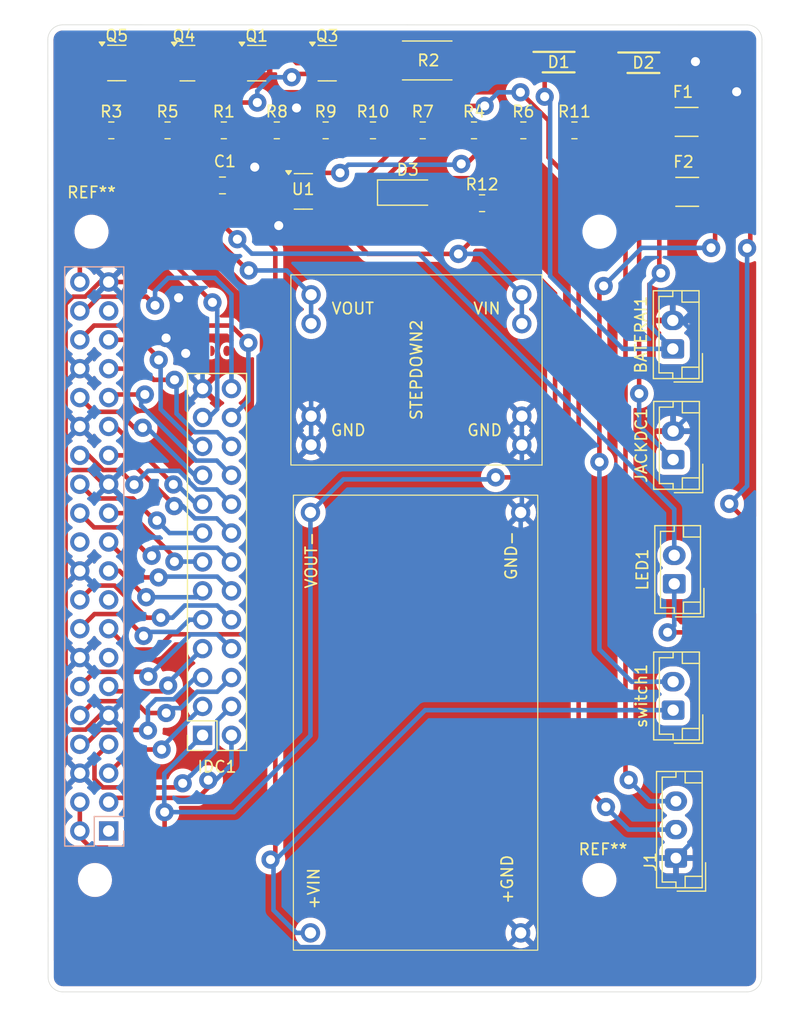
<source format=kicad_pcb>
(kicad_pcb (version 20241229) (generator "pcbnew") (generator_version "9.0")
  (layers (0 "F.Cu" signal) (2 "B.Cu" signal) (13 "F.Paste" user) (15 "B.Paste" user) (5 "F.SilkS" user "F.Silkscreen") (7 "B.SilkS" user "B.Silkscreen") (1 "F.Mask" user) (3 "B.Mask" user) (25 "Edge.Cuts" user))
  (net 0 "")
  (net 1 "GND")
  (net 2 "unconnected-(Rapberry1-Pin_13-Pad13)")
  (net 3 "HSYNC")
  (net 4 "DATA16")
  (net 5 "DATA1")
  (net 6 "VSYNC")
  (net 7 "DATA17")
  (net 8 "DATA3")
  (net 9 "EXT_SCL")
  (net 10 "DATA10")
  (net 11 "DATA6")
  (net 13 "DATA13")
  (net 14 "DATAEN")
  (net 15 "DATA12")
  (net 16 "DATA4")
  (net 17 "DATA15")
  (net 18 "EXT_SDA")
  (net 19 "DATA5")
  (net 20 "DATA7")
  (net 21 "DATA8")
  (net 22 "DATA2")
  (net 23 "DATA14")
  (net 24 "DATA11")
  (net 25 "DATA9")
  (net 26 "DATA0")
  (net 27 "PCLK")
  (net 28 "+5V")
  (net 29 "GPIO22")
  (net 30 "+4.2V")
  (net 31 "Net-(Q1-B)")
  (net 32 "Net-(Q1-E)")
  (net 33 "Net-(Q4-G)")
  (net 34 "+3.3V")
  (net 35 "Net-(Q5-B)")
  (net 36 "Net-(LED1-Pin_2)")
  (net 37 "Net-(LED1-Pin_1)")
  (net 41 "Net-(D3-K)")
  (net 42 "Net-(switch1-Pin_2)")
  (net 43 "Battery")
  (net 44 "Net-(R10-Pad1)")
  (net 45 "Low bat")
  (net 46 "Charg Ind")
  (net 47 "Net-(D1-A)")
  (net 48 "Net-(JACKDC1-Pin_1)")
  (net 49 "Net-(U1--)")
  (net 50 "Net-(U1-+)")
  (net 51 "Net-(R12-Pad2)")
  (footprint "Resistor_SMD:R_0805_2012Metric" (layer "F.Cu") (at 124.8325 51.27)
    (property "Reference" "R6")
    (property "Value" "10 K")
  )
  (footprint "Resistor_SMD:R_0805_2012Metric" (layer "F.Cu") (at 129.3275 51.27)
    (property "Reference" "R11")
    (property "Value" "1k")
  )
  (footprint "Package_TO_SOT_SMD:SOT-23-3" (layer "F.Cu") (at 107.575 45.36)
    (property "Reference" "Q3")
    (property "Value" "Q_NMOS_DGS")
  )
  (footprint "Capacitor_SMD:C_0805_2012Metric" (layer "F.Cu") (at 98.36 56.11)
    (property "Reference" "C1")
    (property "Value" "C")
  )
  (footprint "Resistor_SMD:R_0805_2012Metric" (layer "F.Cu") (at 88.58 51.27)
    (property "Reference" "R3")
    (property "Value" "10k")
  )
  (footprint "Resistor_SMD:R_0805_2012Metric" (layer "F.Cu") (at 115.98 51.27)
    (property "Reference" "R7")
    (property "Value" "100")
  )
  (footprint "Resistor_SMD:R_0805_2012Metric" (layer "F.Cu") (at 107.44 51.27)
    (property "Reference" "R9")
    (property "Value" "10 K")
  )
  (footprint "PCBALL:SODFL3818X130N" (layer "F.Cu") (at 127.93725 45.27)
    (property "Reference" "D1")
    (property "Value" "SS34")
  )
  (footprint "PCBALL:FUSC6125X279N" (layer "F.Cu") (at 139.25 56.675)
    (property "Reference" "F2")
    (property "Value" "Fuse")
  )
  (footprint "PCBALL:mp1584EN1" (layer "F.Cu") (at 115.43 72.33 90)
    (property "Reference" "STEPDOWN2")
    (property "Value" "~")
  )
  (footprint "Connector_JST:JST_EH_B2B-EH-A_1x02_P2.50mm_Vertical" (layer "F.Cu") (at 138.01 102.24 90)
    (property "Reference" "switch1")
    (property "Value" "Conn_01x02_Pin")
  )
  (footprint "MountingHole:MountingHole_2.5mm" (layer "F.Cu") (at 131.53 60.18)
    (property "Reference" "REF**" (hide yes))
    (property "Value" "MountingHole_2.5mm")
  )
  (footprint "MountingHole:MountingHole_2.5mm" (layer "F.Cu") (at 86.84 60.18)
    (property "Reference" "REF**")
    (property "Value" "MountingHole_2.5mm")
  )
  (footprint "MountingHole:MountingHole_2.5mm" (layer "F.Cu") (at 131.53 117.17)
    (property "Reference" "REF**")
    (property "Value" "MountingHole_2.5mm")
  )
  (footprint "Resistor_SMD:R_0805_2012Metric" (layer "F.Cu") (at 93.53 51.27)
    (property "Reference" "R5")
    (property "Value" "1k")
  )
  (footprint "Package_TO_SOT_SMD:SOT-23-3" (layer "F.Cu") (at 89.06 45.3475)
    (property "Reference" "Q5")
    (property "Value" "D882")
  )
  (footprint "Resistor_SMD:R_2512_6332Metric" (layer "F.Cu") (at 116.375 45.125)
    (property "Reference" "R2")
    (property "Value" "R")
  )
  (footprint "Package_TO_SOT_SMD:SOT-23-3" (layer "F.Cu") (at 101.37 45.36)
    (property "Reference" "Q1")
    (property "Value" "D882")
  )
  (footprint "Resistor_SMD:R_0805_2012Metric" (layer "F.Cu") (at 111.6025 51.27)
    (property "Reference" "R10")
    (property "Value" "10 K")
  )
  (footprint "Resistor_SMD:R_0805_2012Metric" (layer "F.Cu") (at 121.2 57.675)
    (property "Reference" "R12")
    (property "Value" "100")
  )
  (footprint "Connector_JST:JST_EH_B3B-EH-A_1x03_P2.50mm_Vertical" (layer "F.Cu") (at 138.26 115.24 90)
    (property "Reference" "J1")
    (property "Value" "Conn_01x03_Pin")
  )
  (footprint "Resistor_SMD:R_0805_2012Metric" (layer "F.Cu") (at 103.1425 51.27)
    (property "Reference" "R8")
    (property "Value" "10 K")
  )
  (footprint "Connector_JST:JST_EH_B2B-EH-A_1x02_P2.50mm_Vertical" (layer "F.Cu") (at 138.11 91.13 90)
    (property "Reference" "LED1")
    (property "Value" "Conn_01x02_Pin")
  )
  (footprint "TPS61088:TPS61088" (layer "F.Cu") (at 115.1 103.34 90)
    (property "Reference" "STEPUP2" (hide yes))
    (property "Value" "~")
  )
  (footprint "Diode_SMD:D_MiniMELF" (layer "F.Cu") (at 114.6625 56.74)
    (property "Reference" "D3")
    (property "Value" "D_Zener_Filled")
  )
  (footprint "Resistor_SMD:R_0805_2012Metric" (layer "F.Cu") (at 120.49 51.27)
    (property "Reference" "R4")
    (property "Value" "10 K")
  )
  (footprint "Connector_JST:JST_EH_B2B-EH-A_1x02_P2.50mm_Vertical" (layer "F.Cu") (at 137.98 70.48 90)
    (property "Reference" "BATERAI1")
    (property "Value" "Conn_01x02_Pin")
  )
  (footprint "Package_TO_SOT_SMD:SOT-23" (layer "F.Cu") (at 95.2775 45.36)
    (property "Reference" "Q4")
    (property "Value" "MDD3752")
  )
  (footprint "PCBALL:FUSC6125X279N" (layer "F.Cu") (at 139.2 50.525)
    (property "Reference" "F1")
    (property "Value" "Fuse")
  )
  (footprint "Connector_JST:JST_EH_B2B-EH-A_1x02_P2.50mm_Vertical" (layer "F.Cu") (at 138.01 80.21 90)
    (property "Reference" "JACKDC1")
    (property "Value" "Conn_01x02_Pin")
  )
  (footprint "Resistor_SMD:R_0805_2012Metric" (layer "F.Cu") (at 98.48 51.27)
    (property "Reference" "R1")
    (property "Value" "R")
  )
  (footprint "Connector_PinSocket_2.54mm:PinSocket_2x13_P2.54mm_Vertical" (layer "F.Cu") (at 96.61 104.45 180)
    (property "Reference" "IDC1")
    (property "Value" "Conn_02x13_Odd_Even")
  )
  (footprint "PCBALL:SODFL3818X130N" (layer "F.Cu") (at 135.4 45.325)
    (property "Reference" "D2")
    (property "Value" "1N007")
  )
  (footprint "MountingHole:MountingHole_2.5mm" (layer "F.Cu") (at 87.14 117.17)
    (property "Reference" "REF**" (hide yes))
    (property "Value" "MountingHole_2.5mm")
  )
  (footprint "Package_TO_SOT_SMD:SOT-23-8" (layer "F.Cu") (at 105.4775 56.635)
    (property "Reference" "U1")
    (property "Value" "~")
  )
  (footprint "Connector_PinSocket_2.54mm:PinSocket_2x20_P2.54mm_Vertical" (layer "B.Cu") (at 88.35 112.86)
    (property "Reference" "Rapberry1" (hide yes))
    (property "Value" "Conn_02x20_Odd_Even")
  )
  (gr_arc (start 84.319239 127.005761) (mid 83.4 126.625) (end 83.019239 125.705761) (stroke (width 0.05)) (layer "Edge.Cuts"))
  (gr_line (start 145.825 43.3) (end 145.80576 125.705761) (stroke (width 0.05)) (layer "Edge.Cuts"))
  (gr_arc (start 145.805761 125.705761) (mid 145.425 126.625) (end 144.505761 127.005761) (stroke (width 0.05)) (layer "Edge.Cuts"))
  (gr_line (start 84.294239 41.994239) (end 144.525 42) (stroke (width 0.05)) (layer "Edge.Cuts"))
  (gr_arc (start 144.525 42) (mid 145.444239 42.380761) (end 145.825 43.3) (stroke (width 0.05)) (layer "Edge.Cuts"))
  (gr_line (start 83.019239 125.70576) (end 82.994239 43.294239) (stroke (width 0.05)) (layer "Edge.Cuts"))
  (gr_line (start 144.505761 127.00576) (end 84.31924 127.005761) (stroke (width 0.05)) (layer "Edge.Cuts"))
  (gr_arc (start 82.994239 43.294239) (mid 83.375 42.375) (end 84.294239 41.994239) (stroke (width 0.05)) (layer "Edge.Cuts"))
  (gr_text "Battery" (at 142.95 72.85 90) (layer "F.Cu" knockout) (effects (font (size 1.2 1.2) (thickness 0.3) (bold yes)) (justify left bottom)))
  (gr_text "JackDc" (at 142.85 82.25 90) (layer "F.Cu" knockout) (effects (font (size 1.2 1.2) (thickness 0.3) (bold yes)) (justify left bottom)))
  (gr_text "LED" (at 143.25 91.575 90) (layer "F.Cu" knockout) (effects (font (size 1.2 1.2) (thickness 0.3) (bold yes)) (justify left bottom)))
  (gr_text "Main Board Ciwi" (at 83.425 125.8 0) (layer "F.Cu" knockout) (effects (font (size 1.2 1.2) (thickness 0.3) (bold yes)) (justify left bottom)))
  (gr_text "ChargInd" (at 143.2 116.95 90) (layer "F.Cu" knockout) (effects (font (size 1.2 1.2) (thickness 0.3) (bold yes)) (justify left bottom)))
  (gr_text "IDC" (at 96.09 71.42 0) (layer "F.Cu" knockout) (effects (font (size 1.2 1.2) (thickness 0.3) (bold yes)) (justify left bottom)))
  (gr_text "Button" (at 143.275 104.1 90) (layer "F.Cu" knockout) (effects (font (size 1.2 1.2) (thickness 0.3) (bold yes)) (justify left bottom)))
  (segment (start 84.559 106.529) (end 85.81 107.78) (width 0.4) (layer "F.Cu") (net 1))
  (segment (start 84.559 76.049) (end 85.81 77.3) (width 0.4) (layer "F.Cu") (net 1))
  (segment (start 104.875 49.3) (end 104.875 49.2) (width 0.4) (layer "F.Cu") (net 1))
  (segment (start 104.875 49.2) (end 103.5 47.825) (width 0.4) (layer "F.Cu") (net 1))
  (segment (start 87.579182 102.7) (end 86.328182 103.951) (width 0.4) (layer "F.Cu") (net 1))
  (segment (start 98.88 44.503388) (end 99.736612 45.36) (width 0.4) (layer "F.Cu") (net 1))
  (segment (start 88.35 64.6) (end 87.579182 64.6) (width 0.4) (layer "F.Cu") (net 1))
  (segment (start 137.15 45.325) (end 139.875 45.325) (width 0.4) (layer "F.Cu") (net 1))
  (segment (start 87.92 82.38) (end 86.67 81.13) (width 0.4) (layer "F.Cu") (net 1))
  (segment (start 122.395 47.92) (end 125.745 51.27) (width 0.4) (layer "F.Cu") (net 1))
  (segment (start 99.736612 45.36) (end 102.5075 45.36) (width 0.4) (layer "F.Cu") (net 1))
  (segment (start 104.34 57.61) (end 104.34 58.61) (width 0.4) (layer "F.Cu") (net 1))
  (segment (start 93.11 64.6) (end 91.07 64.6) (width 0.4) (layer "F.Cu") (net 1))
  (segment (start 97.4 42.8) (end 98.88 44.28) (width 0.4) (layer "F.Cu") (net 1))
  (segment (start 119.3375 45.125) (end 121.45 45.125) (width 0.4) (layer "F.Cu") (net 1))
  (segment (start 122.25 47.92) (end 122.395 47.92) (width 0.4) (layer "F.Cu") (net 1))
  (segment (start 86.328182 103.951) (end 84.81 103.951) (width 0.4) (layer "F.Cu") (net 1))
  (segment (start 84.559 76.049) (end 84.559 81.13) (width 0.4) (layer "F.Cu") (net 1))
  (segment (start 121.54 55.475) (end 125.745 51.27) (width 0.4) (layer "F.Cu") (net 1))
  (segment (start 84.559 96.369) (end 85.81 97.62) (width 0.4) (layer "F.Cu") (net 1))
  (segment (start 102.5075 45.36) (end 102.5075 46.8325) (width 0.4) (layer "F.Cu") (net 1))
  (segment (start 103.595 47.92) (end 109.67 47.92) (width 0.4) (layer "F.Cu") (net 1))
  (segment (start 86.67 81.13) (end 84.559 81.13) (width 0.4) (layer "F.Cu") (net 1))
  (segment (start 116.4125 56.74) (end 117.6775 55.475) (width 0.4) (layer "F.Cu") (net 1))
  (segment (start 85.211 65.889) (end 84.559 66.541) (width 0.4) (layer "F.Cu") (net 1))
  (segment (start 95.125 70.875) (end 94.746 70.875) (width 0.4) (layer "F.Cu") (net 1))
  (segment (start 84.559 66.541) (end 84.559 70.969) (width 0.4) (layer "F.Cu") (net 1))
  (segment (start 84.559 70.969) (end 84.559 76.049) (width 0.4) (layer "F.Cu") (net 1))
  (segment (start 84.559 81.13) (end 84.559 88.749) (width 0.4) (layer "F.Cu") (net 1))
  (segment (start 102.5075 46.8325) (end 103.5 47.825) (width 0.4) (layer "F.Cu") (net 1))
  (segment (start 99.59 56.11) (end 101.2 54.5) (width 0.4) (layer "F.Cu") (net 1))
  (segment (start 121.45 45.125) (end 122.25 45.925) (width 0.4) (layer "F.Cu") (net 1))
  (segment (start 92.745 42.8) (end 97.4 42.8) (width 0.4) (layer "F.Cu") (net 1))
  (segment (start 122.25 45.925) (end 122.25 47.92) (width 0.4) (layer "F.Cu") (net 1))
  (segment (start 108.3525 51.27) (end 108.3525 49.2375) (width 0.4) (layer "F.Cu") (net 1))
  (segment (start 84.559 70.969) (end 85.81 72.22) (width 0.4) (layer "F.Cu") (net 1))
  (segment (start 104.34 57.61) (end 100.81 57.61) (width 0.4) (layer "F.Cu") (net 1))
  (segment (start 90.1975 45.3475) (end 92.745 42.8) (width 0.4) (layer "F.Cu") (net 1))
  (segment (start 139.875 45.325) (end 139.975 45.225) (width 0.4) (layer "F.Cu") (net 1))
  (segment (start 84.559 96.369) (end 84.559 103.7) (width 0.4) (layer "F.Cu") (net 1))
  (segment (start 86.290182 65.889) (end 85.211 65.889) (width 0.4) (layer "F.Cu") (net 1))
  (segment (start 94.746 70.875) (end 93.4 69.529) (width 0.4) (layer "F.Cu") (net 1))
  (segment (start 109.67 47.92) (end 122.25 47.92) (width 0.4) (layer "F.Cu") (net 1))
  (segment (start 103.5 47.825) (end 103.595 47.92) (width 0.4) (layer "F.Cu") (net 1))
  (segment (start 99.31 56.11) (end 99.59 56.11) (width 0.4) (layer "F.Cu") (net 1))
  (segment (start 88.35 82.38) (end 87.92 82.38) (width 0.4) (layer "F.Cu") (net 1))
  (segment (start 104.34 58.61) (end 103.31 59.64) (width 0.4) (layer "F.Cu") (net 1))
  (segment (start 91.07 64.6) (end 88.35 64.6) (width 0.4) (layer "F.Cu") (net 1))
  (segment (start 94.5 65.99) (end 93.11 64.6) (width 0.4) (layer "F.Cu") (net 1))
  (segment (start 84.559 88.749) (end 85.81 90) (width 0.4) (layer "F.Cu") (net 1))
  (segment (start 87.579182 64.6) (end 86.290182 65.889) (width 0.4) (layer "F.Cu") (net 1))
  (segment (start 84.559 88.749) (end 84.559 96.369) (width 0.4) (layer "F.Cu") (net 1))
  (segment (start 88.35 102.7) (end 87.579182 102.7) (width 0.4) (layer "F.Cu") (net 1))
  (segment (start 98.88 44.28) (end 98.88 44.503388) (width 0.4) (layer "F.Cu") (net 1))
  (segment (start 84.559 103.7) (end 84.559 106.529) (width 0.4) (layer "F.Cu") (net 1))
  (segment (start 84.81 103.951) (end 84.559 103.7) (width 0.4) (layer "F.Cu") (net 1))
  (segment (start 143.315 47.59) (end 143.6 47.875) (width 0.4) (layer "F.Cu") (net 1))
  (segment (start 100.81 57.61) (end 99.31 56.11) (width 0.4) (layer "F.Cu") (net 1))
  (segment (start 117.6775 55.475) (end 121.54 55.475) (width 0.4) (layer "F.Cu") (net 1))
  (segment (start 108.3525 49.2375) (end 109.67 47.92) (width 0.4) (layer "F.Cu") (net 1))
  (via (at 143.6 47.875) (size 1.6) (drill 0.8) (layers "F.Cu" "B.Cu") (net 1))
  (via (at 139.975 45.225) (size 1.6) (drill 0.8) (layers "F.Cu" "B.Cu") (net 1))
  (via (at 95.125 70.875) (size 1.6) (drill 0.8) (layers "F.Cu" "B.Cu") (net 1))
  (via (at 104.875 49.3) (size 1.6) (drill 0.8) (layers "F.Cu" "B.Cu") (net 1))
  (via (at 94.5 65.99) (size 1.6) (drill 0.8) (layers "F.Cu" "B.Cu") (net 1))
  (via (at 103.31 59.64) (size 1.6) (drill 0.8) (layers "F.Cu" "B.Cu") (net 1))
  (via (at 93.4 69.529) (size 1.6) (drill 0.8) (layers "F.Cu" "B.Cu") (net 1))
  (via (at 101.2 54.5) (size 1.6) (drill 0.8) (layers "F.Cu" "B.Cu") (net 1))
  (segment (start 106.159 71.259) (end 95.5375 60.6375) (width 0.4) (layer "B.Cu") (net 1))
  (segment (start 142.175 45.225) (end 143.6 46.65) (width 0.4) (layer "B.Cu") (net 1))
  (segment (start 96.61 73.97) (end 96.61 72.36) (width 0.4) (layer "B.Cu") (net 1))
  (segment (start 140.225 75.495) (end 140.225 69.45) (width 0.4) (layer "B.Cu") (net 1))
  (segment (start 139.975 45.225) (end 142.175 45.225) (width 0.4) (layer "B.Cu") (net 1))
  (segment (start 138.26 115.24) (end 140.15 113.35) (width 0.4) (layer "B.Cu") (net 1))
  (segment (start 101.2 54.5) (end 104.875 50.825) (width 0.4) (layer "B.Cu") (net 1))
  (segment (start 125.805 123.025) (end 134.4 123.025) (width 0.4) (layer "B.Cu") (net 1))
  (segment (start 138.755 67.98) (end 137.98 67.98) (width 0.4) (layer "B.Cu") (net 1))
  (segment (start 94.6475 116.1775) (end 98.9725 116.1775) (width 0.4) (layer "B.Cu") (net 1))
  (segment (start 94.5 68.429) (end 94.5 65.99) (width 0.4) (layer "B.Cu") (net 1))
  (segment (start 103.31 59.64) (end 93.31 59.64) (width 0.4) (layer "B.Cu") (net 1))
  (segment (start 93.31 59.64) (end 92.3125 60.6375) (width 0.4) (layer "B.Cu") (net 1))
  (segment (start 140.15 75.57) (end 140.225 75.495) (width 0.4) (layer "B.Cu") (net 1))
  (segment (start 96.61 72.36) (end 95.125 70.875) (width 0.4) (layer "B.Cu") (net 1))
  (segment (start 106.159 76.394) (end 106.159 78.934) (width 0.4) (layer "B.Cu") (net 1))
  (segment (start 124.701 78.934) (end 124.701 84.759) (width 0.4) (layer "B.Cu") (net 1))
  (segment (start 143.325 61.122237) (end 143.319721 61.127516) (width 0.4) (layer "B.Cu") (net 1))
  (segment (start 138.01 77.71) (end 140.225 75.495) (width 0.4) (layer "B.Cu") (net 1))
  (segment (start 124.6 90.55) (end 124.6 84.86) (width 0.4) (layer "B.Cu") (net 1))
  (segment (start 143.325 62.127737) (end 143.325 63.546123) (width 0.4) (layer "B.Cu") (net 1))
  (segment (start 138.26 119.165) (end 138.26 115.24) (width 0.4) (layer "B.Cu") (net 1))
  (segment (start 143.319721 61.127516) (end 143.319721 62.122458) (width 0.4) (layer "B.Cu") (net 1))
  (segment (start 91.48 113.01) (end 94.6475 116.1775) (width 0.4) (layer "B.Cu") (net 1))
  (segment (start 94.6475 116.1775) (end 101.541 123.071) (width 0.4) (layer "B.Cu") (net 1))
  (segment (start 98.9725 116.1775) (end 124.6 90.55) (width 0.4) (layer "B.Cu") (net 1))
  (segment (start 140.225 69.45) (end 138.755 67.98) (width 0.4) (layer "B.Cu") (net 1))
  (segment (start 140.15 113.35) (end 140.15 75.57) (width 0.4) (layer "B.Cu") (net 1))
  (segment (start 124.6 121.82) (end 125.805 123.025) (width 0.4) (layer "B.Cu") (net 1))
  (segment (start 124.701 84.759) (end 124.6 84.86) (width 0.4) (layer "B.Cu") (net 1))
  (segment (start 106.159 76.394) (end 106.159 71.259) (width 0.4) (layer "B.Cu") (net 1))
  (segment (start 92.3125 60.6375) (end 88.35 64.6) (width 0.4) (layer "B.Cu") (net 1))
  (segment (start 104.875 50.825) (end 104.875 49.3) (width 0.4) (layer "B.Cu") (net 1))
  (segment (start 93.4 69.529) (end 94.5 68.429) (width 0.4) (layer "B.Cu") (net 1))
  (segment (start 123.349 123.071) (end 124.6 121.82) (width 0.4) (layer "B.Cu") (net 1))
  (segment (start 138.891123 67.98) (end 137.98 67.98) (width 0.4) (layer "B.Cu") (net 1))
  (segment (start 143.325 48.15) (end 143.325 61.122237) (width 0.4) (layer "B.Cu") (net 1))
  (segment (start 95.5375 60.6375) (end 92.3125 60.6375) (width 0.4) (layer "B.Cu") (net 1))
  (segment (start 88.35 102.7) (end 91.48 105.83) (width 0.4) (layer "B.Cu") (net 1))
  (segment (start 143.319721 62.122458) (end 143.325 62.127737) (width 0.4) (layer "B.Cu") (net 1))
  (segment (start 124.701 76.394) (end 124.701 78.934) (width 0.4) (layer "B.Cu") (net 1))
  (segment (start 143.325 63.546123) (end 138.891123 67.98) (width 0.4) (layer "B.Cu") (net 1))
  (segment (start 143.6 47.875) (end 143.325 48.15) (width 0.4) (layer "B.Cu") (net 1))
  (segment (start 143.6 46.65) (end 143.6 47.875) (width 0.4) (layer "B.Cu") (net 1))
  (segment (start 138.635 77.71) (end 138.01 77.71) (width 0.4) (layer "B.Cu") (net 1))
  (segment (start 101.541 123.071) (end 123.349 123.071) (width 0.4) (layer "B.Cu") (net 1))
  (segment (start 91.48 105.83) (end 91.48 113.01) (width 0.4) (layer "B.Cu") (net 1))
  (segment (start 134.4 123.025) (end 138.26 119.165) (width 0.4) (layer "B.Cu") (net 1))
  (segment (start 88.35 97.62) (end 88.811 98.081) (width 0.4) (layer "F.Cu") (net 2))
  (segment (start 90.43 105.7) (end 88.35 107.78) (width 0.4) (layer "F.Cu") (net 3))
  (segment (start 93.01 105.7) (end 90.43 105.7) (width 0.4) (layer "F.Cu") (net 3))
  (via (at 93.01 105.7) (size 1.6) (drill 0.8) (layers "F.Cu" "B.Cu") (net 3))
  (segment (start 96.61 101.91) (end 93.01 105.51) (width 0.4) (layer "B.Cu") (net 3))
  (segment (start 93.01 105.51) (end 93.01 105.7) (width 0.4) (layer "B.Cu") (net 3))
  (segment (start 99.119 68.429) (end 87.061 68.429) (width 0.4) (layer "F.Cu") (net 4))
  (segment (start 87.061 68.429) (end 85.81 69.68) (width 0.4) (layer "F.Cu") (net 4))
  (segment (start 100.64 69.95) (end 99.119 68.429) (width 0.4) (layer "F.Cu") (net 4))
  (via (at 100.64 69.95) (size 1.6) (drill 0.8) (layers "F.Cu" "B.Cu") (net 4))
  (segment (start 100.64 75.02) (end 100.64 69.95) (width 0.4) (layer "B.Cu") (net 4))
  (segment (start 99.15 76.51) (end 100.64 75.02) (width 0.4) (layer "B.Cu") (net 4))
  (segment (start 85.81 100.16) (end 87.099 98.871) (width 0.4) (layer "F.Cu") (net 5))
  (segment (start 91.43 98.871) (end 91.84 99.281) (width 0.4) (layer "F.Cu") (net 5))
  (segment (start 87.099 98.871) (end 91.43 98.871) (width 0.4) (layer "F.Cu") (net 5))
  (via (at 91.84 99.281) (size 1.6) (drill 0.8) (layers "F.Cu" "B.Cu") (net 5))
  (segment (start 95.542 95.579) (end 97.899 95.579) (width 0.4) (layer "B.Cu") (net 5))
  (segment (start 91.84 99.281) (end 95.542 95.579) (width 0.4) (layer "B.Cu") (net 5))
  (segment (start 97.899 95.579) (end 99.15 96.83) (width 0.4) (layer "B.Cu") (net 5))
  (segment (start 97.11 109.05) (end 96.21 109.95) (width 0.4) (layer "F.Cu") (net 6))
  (segment (start 88.72 109.95) (end 88.35 110.32) (width 0.4) (layer "F.Cu") (net 6))
  (segment (start 97.11 108.39) (end 97.11 109.05) (width 0.4) (layer "F.Cu") (net 6))
  (segment (start 96.21 109.95) (end 88.72 109.95) (width 0.4) (layer "F.Cu") (net 6))
  (via (at 97.11 108.39) (size 1.6) (drill 0.8) (layers "F.Cu" "B.Cu") (net 6))
  (segment (start 97.11 108.39) (end 97.77 108.39) (width 0.4) (layer "B.Cu") (net 6))
  (segment (start 97.77 108.39) (end 99.15 107.01) (width 0.4) (layer "B.Cu") (net 6))
  (segment (start 99.15 107.01) (end 99.15 104.45) (width 0.4) (layer "B.Cu") (net 6))
  (segment (start 87.099 106.491) (end 88.35 105.24) (width 0.4) (layer "F.Cu") (net 7))
  (segment (start 94.86 108.67) (end 94.499 109.031) (width 0.4) (layer "F.Cu") (net 7))
  (segment (start 87.099 108.298182) (end 87.099 106.491) (width 0.4) (layer "F.Cu") (net 7))
  (segment (start 87.831818 109.031) (end 87.099 108.298182) (width 0.4) (layer "F.Cu") (net 7))
  (segment (start 94.499 109.031) (end 87.831818 109.031) (width 0.4) (layer "F.Cu") (net 7))
  (via (at 94.86 108.67) (size 1.6) (drill 0.8) (layers "F.Cu" "B.Cu") (net 7))
  (segment (start 95.54 107.99) (end 95.572 107.99) (width 0.4) (layer "B.Cu") (net 7))
  (segment (start 97.899 105.663) (end 97.899 103.161) (width 0.4) (layer "B.Cu") (net 7))
  (segment (start 97.899 103.161) (end 99.15 101.91) (width 0.4) (layer "B.Cu") (net 7))
  (segment (start 94.86 108.67) (end 95.54 107.99) (width 0.4) (layer "B.Cu") (net 7))
  (segment (start 95.572 107.99) (end 97.899 105.663) (width 0.4) (layer "B.Cu") (net 7))
  (segment (start 92.43 66.66) (end 91.659 65.889) (width 0.4) (layer "F.Cu") (net 8))
  (segment (start 91.659 65.889) (end 87.491 65.889) (width 0.4) (layer "F.Cu") (net 8))
  (segment (start 87.491 65.889) (end 86.24 67.14) (width 0.4) (layer "F.Cu") (net 8))
  (segment (start 86.24 67.14) (end 85.81 67.14) (width 0.4) (layer "F.Cu") (net 8))
  (via (at 92.43 66.66) (size 1.6) (drill 0.8) (layers "F.Cu" "B.Cu") (net 8))
  (segment (start 99.15 65.7) (end 97.69 64.24) (width 0.4) (layer "B.Cu") (net 8))
  (segment (start 99.15 73.97) (end 99.15 65.7) (width 0.4) (layer "B.Cu") (net 8))
  (segment (start 97.69 64.24) (end 93.59 64.24) (width 0.4) (layer "B.Cu") (net 8))
  (segment (start 92.43 65.4) (end 92.43 66.66) (width 0.4) (layer "B.Cu") (net 8))
  (segment (start 93.59 64.24) (end 92.43 65.4) (width 0.4) (layer "B.Cu") (net 8))
  (segment (start 88.868182 91.289) (end 87.061 91.289) (width 0.4) (layer "F.Cu") (net 9))
  (segment (start 91.689182 94.11) (end 88.868182 91.289) (width 0.4) (layer "F.Cu") (net 9))
  (segment (start 87.061 91.289) (end 85.81 92.54) (width 0.4) (layer "F.Cu") (net 9))
  (segment (start 92.93 94.11) (end 91.689182 94.11) (width 0.4) (layer "F.Cu") (net 9))
  (via (at 92.93 94.11) (size 1.6) (drill 0.8) (layers "F.Cu" "B.Cu") (net 9))
  (segment (start 95.041 93.039) (end 93.97 94.11) (width 0.4) (layer "B.Cu") (net 9))
  (segment (start 97.899 93.039) (end 95.041 93.039) (width 0.4) (layer "B.Cu") (net 9))
  (segment (start 99.15 94.29) (end 97.899 93.039) (width 0.4) (layer "B.Cu") (net 9))
  (segment (start 93.97 94.11) (end 92.93 94.11) (width 0.4) (layer "B.Cu") (net 9))
  (segment (start 87.061 101.449) (end 85.81 102.7) (width 0.4) (layer "F.Cu") (net 10))
  (segment (start 90.629 101.449) (end 87.061 101.449) (width 0.4) (layer "F.Cu") (net 10))
  (segment (start 91.67 102.49) (end 90.629 101.449) (width 0.4) (layer "F.Cu") (net 10))
  (segment (start 93.41 102.49) (end 91.67 102.49) (width 0.4) (layer "F.Cu") (net 10))
  (via (at 93.41 102.49) (size 1.6) (drill 0.8) (layers "F.Cu" "B.Cu") (net 10))
  (segment (start 94.690818 102.06) (end 96.129818 100.621) (width 0.4) (layer "B.Cu") (net 10))
  (segment (start 93.41 102.49) (end 93.84 102.06) (width 0.4) (layer "B.Cu") (net 10))
  (segment (start 96.129818 100.621) (end 97.899 100.621) (width 0.4) (layer "B.Cu") (net 10))
  (segment (start 97.899 100.621) (end 99.15 99.37) (width 0.4) (layer "B.Cu") (net 10))
  (segment (start 93.84 102.06) (end 94.690818 102.06) (width 0.4) (layer "B.Cu") (net 10))
  (segment (start 90.254472 84.92) (end 94.13 88.795528) (width 0.4) (layer "F.Cu") (net 11))
  (segment (start 94.13 88.795528) (end 94.13 89.18) (width 0.4) (layer "F.Cu") (net 11))
  (segment (start 88.35 84.92) (end 90.254472 84.92) (width 0.4) (layer "F.Cu") (net 11))
  (via (at 94.13 89.18) (size 1.6) (drill 0.8) (layers "F.Cu" "B.Cu") (net 11))
  (segment (start 96.58 89.18) (end 96.61 89.21) (width 0.4) (layer "B.Cu") (net 11))
  (segment (start 94.13 89.18) (end 96.58 89.18) (width 0.4) (layer "B.Cu") (net 11))
  (segment (start 92.599686 85.566743) (end 92.245252 85.921177) (width 0.4) (layer "F.Cu") (net 13))
  (segment (start 92.416743 85.566743) (end 90.481 83.631) (width 0.4) (layer "F.Cu") (net 13))
  (segment (start 87.061 83.631) (end 85.81 82.38) (width 0.4) (layer "F.Cu") (net 13))
  (segment (start 90.481 83.631) (end 87.061 83.631) (width 0.4) (layer "F.Cu") (net 13))
  (segment (start 92.245252 85.921177) (end 92.245252 85.395252) (width 0.4) (layer "F.Cu") (net 13))
  (segment (start 92.599686 85.566743) (end 92.416743 85.566743) (width 0.4) (layer "F.Cu") (net 13))
  (via (at 92.599686 85.566743) (size 1.6) (drill 0.8) (layers "F.Cu" "B.Cu") (net 13))
  (segment (start 93.702943 86.67) (end 96.61 86.67) (width 0.4) (layer "B.Cu") (net 13))
  (segment (start 92.599686 85.566743) (end 93.702943 86.67) (width 0.4) (layer "B.Cu") (net 13))
  (segment (start 89.299 81.129) (end 90.59 82.42) (width 0.4) (layer "F.Cu") (net 14))
  (segment (start 86.580818 79.84) (end 87.869818 81.129) (width 0.4) (layer "F.Cu") (net 14))
  (segment (start 85.81 79.84) (end 86.580818 79.84) (width 0.4) (layer "F.Cu") (net 14))
  (segment (start 87.869818 81.129) (end 89.299 81.129) (width 0.4) (layer "F.Cu") (net 14))
  (via (at 90.59 82.42) (size 1.6) (drill 0.8) (layers "F.Cu" "B.Cu") (net 14))
  (segment (start 90.59 82.42) (end 91.811 81.199) (width 0.4) (layer "B.Cu") (net 14))
  (segment (start 95.359 82.020529) (end 95.359 82.108182) (width 0.4) (layer "B.Cu") (net 14))
  (segment (start 94.537471 81.199) (end 95.359 82.020529) (width 0.4) (layer "B.Cu") (net 14))
  (segment (start 96.091818 82.841) (end 97.861 82.841) (width 0.4) (layer "B.Cu") (net 14))
  (segment (start 91.811 81.199) (end 94.537471 81.199) (width 0.4) (layer "B.Cu") (net 14))
  (segment (start 95.359 82.108182) (end 96.091818 82.841) (width 0.4) (layer "B.Cu") (net 14))
  (segment (start 97.861 82.841) (end 99.15 84.13) (width 0.4) (layer "B.Cu") (net 14))
  (segment (start 88.62 74.49) (end 88.35 74.76) (width 0.4) (layer "F.Cu") (net 15))
  (segment (start 91.53 74.49) (end 88.62 74.49) (width 0.4) (layer "F.Cu") (net 15))
  (via (at 91.53 74.49) (size 1.6) (drill 0.8) (layers "F.Cu" "B.Cu") (net 15))
  (segment (start 99.15 81.59) (end 97.861 80.301) (width 0.4) (layer "B.Cu") (net 15))
  (segment (start 96.031 80.301) (end 91.2 75.47) (width 0.4) (layer "B.Cu") (net 15))
  (segment (start 97.861 80.301) (end 96.031 80.301) (width 0.4) (layer "B.Cu") (net 15))
  (segment (start 91.2 74.82) (end 91.53 74.49) (width 0.4) (layer "B.Cu") (net 15))
  (segment (start 91.2 75.47) (end 91.2 74.82) (width 0.4) (layer "B.Cu") (net 15))
  (segment (start 93.84 62.75) (end 86.24 62.75) (width 0.4) (layer "F.Cu") (net 16))
  (segment (start 86.24 62.75) (end 85.81 63.18) (width 0.4) (layer "F.Cu") (net 16))
  (segment (start 97.48 66.39) (end 93.84 62.75) (width 0.4) (layer "F.Cu") (net 16))
  (segment (start 85.81 63.18) (end 85.81 64.6) (width 0.4) (layer "F.Cu") (net 16))
  (via (at 97.48 66.39) (size 1.6) (drill 0.8) (layers "F.Cu" "B.Cu") (net 16))
  (segment (start 97.899 75.776) (end 97.165 76.51) (width 0.4) (layer "B.Cu") (net 16))
  (segment (start 97.899 66.809) (end 97.899 75.776) (width 0.4) (layer "B.Cu") (net 16))
  (segment (start 97.48 66.39) (end 97.899 66.809) (width 0.4) (layer "B.Cu") (net 16))
  (segment (start 97.165 76.51) (end 96.61 76.51) (width 0.4) (layer "B.Cu") (net 16))
  (segment (start 91.46 90.57) (end 92.74 90.57) (width 0.4) (layer "F.Cu") (net 17))
  (segment (start 88.35 87.46) (end 91.46 90.57) (width 0.4) (layer "F.Cu") (net 17))
  (via (at 92.74 90.57) (size 1.6) (drill 0.8) (layers "F.Cu" "B.Cu") (net 17))
  (segment (start 92.74 90.57) (end 92.811 90.499) (width 0.4) (layer "B.Cu") (net 17))
  (segment (start 92.811 90.499) (end 97.899 90.499) (width 0.4) (layer "B.Cu") (net 17))
  (segment (start 97.899 90.499) (end 99.15 91.75) (width 0.4) (layer "B.Cu") (net 17))
  (segment (start 89.501 93.791) (end 87.099 93.791) (width 0.4) (layer "F.Cu") (net 18))
  (segment (start 91.42 95.71) (end 89.501 93.791) (width 0.4) (layer "F.Cu") (net 18))
  (segment (start 87.099 93.791) (end 85.81 95.08) (width 0.4) (layer "F.Cu") (net 18))
  (via (at 91.42 95.71) (size 1.6) (drill 0.8) (layers "F.Cu" "B.Cu") (net 18))
  (segment (start 94.37 95.36) (end 91.77 95.36) (width 0.4) (layer "B.Cu") (net 18))
  (segment (start 96.61 94.29) (end 95.44 94.29) (width 0.4) (layer "B.Cu") (net 18))
  (segment (start 95.44 94.29) (end 94.37 95.36) (width 0.4) (layer "B.Cu") (net 18))
  (segment (start 91.77 95.36) (end 91.42 95.71) (width 0.4) (layer "B.Cu") (net 18))
  (segment (start 91.65 92.31) (end 91.62 92.31) (width 0.4) (layer "F.Cu") (net 19))
  (segment (start 91.62 92.31) (end 89.31 90) (width 0.4) (layer "F.Cu") (net 19))
  (segment (start 89.31 90) (end 88.35 90) (width 0.4) (layer "F.Cu") (net 19))
  (via (at 91.65 92.31) (size 1.6) (drill 0.8) (layers "F.Cu" "B.Cu") (net 19))
  (segment (start 96.61 91.75) (end 96.05 92.31) (width 0.4) (layer "B.Cu") (net 19))
  (segment (start 96.05 92.31) (end 91.65 92.31) (width 0.4) (layer "B.Cu") (net 19))
  (segment (start 87.061 76.011) (end 85.81 74.76) (width 0.4) (layer "F.Cu") (net 20))
  (segment (start 91.341471 77.408529) (end 90.588529 77.408529) (width 0.4) (layer "F.Cu") (net 20))
  (segment (start 90.588529 77.408529) (end 89.191 76.011) (width 0.4) (layer "F.Cu") (net 20))
  (segment (start 89.191 76.011) (end 87.061 76.011) (width 0.4) (layer "F.Cu") (net 20))
  (via (at 91.341471 77.408529) (size 1.6) (drill 0.8) (layers "F.Cu" "B.Cu") (net 20))
  (segment (start 91.341471 77.408529) (end 91.733529 77.408529) (width 0.4) (layer "B.Cu") (net 20))
  (segment (start 91.733529 77.408529) (end 95.915 81.59) (width 0.4) (layer "B.Cu") (net 20))
  (segment (start 95.915 81.59) (end 96.61 81.59) (width 0.4) (layer "B.Cu") (net 20))
  (segment (start 91.34 72.22) (end 88.35 72.22) (width 0.4) (layer "F.Cu") (net 21))
  (segment (start 94.14 73.2) (end 92.32 73.2) (width 0.4) (layer "F.Cu") (net 21))
  (segment (start 92.32 73.2) (end 91.34 72.22) (width 0.4) (layer "F.Cu") (net 21))
  (via (at 94.14 73.2) (size 1.6) (drill 0.8) (layers "F.Cu" "B.Cu") (net 21))
  (segment (start 97.899 77.799) (end 99.15 79.05) (width 0.4) (layer "B.Cu") (net 21))
  (segment (start 94.32 73.38) (end 94.32 76.17) (width 0.4) (layer "B.Cu") (net 21))
  (segment (start 94.14 73.2) (end 94.32 73.38) (width 0.4) (layer "B.Cu") (net 21))
  (segment (start 95.949 77.799) (end 97.899 77.799) (width 0.4) (layer "B.Cu") (net 21))
  (segment (start 94.32 76.17) (end 95.949 77.799) (width 0.4) (layer "B.Cu") (net 21))
  (segment (start 92.75 71.45) (end 92.66 71.36) (width 0.4) (layer "F.Cu") (net 22))
  (segment (start 92.66 71.36) (end 92.66 71.19) (width 0.4) (layer "F.Cu") (net 22))
  (segment (start 91.15 69.68) (end 88.35 69.68) (width 0.4) (layer "F.Cu") (net 22))
  (segment (start 92.66 71.19) (end 91.15 69.68) (width 0.4) (layer "F.Cu") (net 22))
  (via (at 92.75 71.45) (size 1.6) (drill 0.8) (layers "F.Cu" "B.Cu") (net 22))
  (segment (start 96.19 79.05) (end 92.92 75.78) (width 0.4) (layer "B.Cu") (net 22))
  (segment (start 96.61 79.05) (end 96.19 79.05) (width 0.4) (layer "B.Cu") (net 22))
  (segment (start 92.92 75.78) (end 92.92 71.62) (width 0.4) (layer "B.Cu") (net 22))
  (segment (start 92.92 71.62) (end 92.75 71.45) (width 0.4) (layer "B.Cu") (net 22))
  (segment (start 89.431 86.171) (end 87.061 86.171) (width 0.4) (layer "F.Cu") (net 23))
  (segment (start 87.061 86.171) (end 85.81 84.92) (width 0.4) (layer "F.Cu") (net 23))
  (segment (start 92.13 88.67) (end 91.93 88.67) (width 0.4) (layer "F.Cu") (net 23))
  (segment (start 91.93 88.67) (end 89.431 86.171) (width 0.4) (layer "F.Cu") (net 23))
  (via (at 92.13 88.67) (size 1.6) (drill 0.8) (layers "F.Cu" "B.Cu") (net 23))
  (segment (start 92.279 87.959) (end 97.899 87.959) (width 0.4) (layer "B.Cu") (net 23))
  (segment (start 92.13 88.67) (end 92.13 88.108) (width 0.4) (layer "B.Cu") (net 23))
  (segment (start 92.13 88.108) (end 92.279 87.959) (width 0.4) (layer "B.Cu") (net 23))
  (segment (start 97.899 87.959) (end 99.15 89.21) (width 0.4) (layer "B.Cu") (net 23))
  (segment (start 88.94 77.3) (end 88.35 77.3) (width 0.4) (layer "F.Cu") (net 24))
  (segment (start 94.04 82.4) (end 93.74 82.4) (width 0.4) (layer "F.Cu") (net 24))
  (segment (start 94.04 82.4) (end 88.94 77.3) (width 0.4) (layer "F.Cu") (net 24))
  (via (at 94.04 82.4) (size 1.6) (drill 0.8) (layers "F.Cu" "B.Cu") (net 24))
  (segment (start 96.08 84.13) (end 96.61 84.13) (width 0.4) (layer "B.Cu") (net 24))
  (segment (start 94.04 82.4) (end 94.35 82.4) (width 0.4) (layer "B.Cu") (net 24))
  (segment (start 94.35 82.4) (end 96.08 84.13) (width 0.4) (layer "B.Cu") (net 24))
  (segment (start 87.58 103.98) (end 86.32 105.24) (width 0.4) (layer "F.Cu") (net 25))
  (segment (start 86.32 105.24) (end 85.81 105.24) (width 0.4) (layer "F.Cu") (net 25))
  (segment (start 91.8 104.03) (end 91.75 103.98) (width 0.4) (layer "F.Cu") (net 25))
  (segment (start 91.75 103.98) (end 87.58 103.98) (width 0.4) (layer "F.Cu") (net 25))
  (via (at 91.8 104.03) (size 1.6) (drill 0.8) (layers "F.Cu" "B.Cu") (net 25))
  (segment (start 95.988471 99.37) (end 94.077471 101.281) (width 0.4) (layer "B.Cu") (net 25))
  (segment (start 96.61 99.37) (end 95.988471 99.37) (width 0.4) (layer "B.Cu") (net 25))
  (segment (start 92.503925 101.281) (end 91.8 101.984925) (width 0.4) (layer "B.Cu") (net 25))
  (segment (start 94.077471 101.281) (end 92.503925 101.281) (width 0.4) (layer "B.Cu") (net 25))
  (segment (start 91.8 101.984925) (end 91.8 104.03) (width 0.4) (layer "B.Cu") (net 25))
  (segment (start 88.77 100.58) (end 93.08 100.58) (width 0.4) (layer "F.Cu") (net 26))
  (segment (start 93.08 100.58) (end 93.58 100.08) (width 0.4) (layer "F.Cu") (net 26))
  (segment (start 88.35 100.16) (end 88.77 100.58) (width 0.4) (layer "F.Cu") (net 26))
  (via (at 93.58 100.08) (size 1.6) (drill 0.8) (layers "F.Cu" "B.Cu") (net 26))
  (segment (start 93.58 100.08) (end 93.84 99.82) (width 0.4) (layer "B.Cu") (net 26))
  (segment (start 93.84 99.6) (end 96.61 96.83) (width 0.4) (layer "B.Cu") (net 26))
  (segment (start 93.84 99.82) (end 93.84 99.6) (width 0.4) (layer "B.Cu") (net 26))
  (segment (start 94.11 84.21) (end 89.74 79.84) (width 0.4) (layer "F.Cu") (net 27))
  (segment (start 89.74 79.84) (end 88.35 79.84) (width 0.4) (layer "F.Cu") (net 27))
  (segment (start 94.11 84.3) (end 94.11 84.21) (width 0.4) (layer "F.Cu") (net 27))
  (via (at 94.11 84.3) (size 1.6) (drill 0.8) (layers "F.Cu" "B.Cu") (net 27))
  (segment (start 97.861 85.381) (end 99.15 86.67) (width 0.4) (layer "B.Cu") (net 27))
  (segment (start 94.86 84.3) (end 95.941 85.381) (width 0.4) (layer "B.Cu") (net 27))
  (segment (start 94.11 84.3) (end 94.86 84.3) (width 0.4) (layer "B.Cu") (net 27))
  (segment (start 95.941 85.381) (end 97.861 85.381) (width 0.4) (layer "B.Cu") (net 27))
  (segment (start 111.135 62.13) (end 119.12 62.13) (width 0.4) (layer "F.Cu") (net 28))
  (segment (start 111.135 62.13) (end 106.615 57.61) (width 0.4) (layer "F.Cu") (net 28))
  (segment (start 120.2875 60.55) (end 120.2875 60.9625) (width 0.4) (layer "F.Cu") (net 28))
  (segment (start 85.81 112.86) (end 85.81 110.32) (width 0.4) (layer "F.Cu") (net 28))
  (segment (start 127.625 65.625) (end 122.9625 60.9625) (width 0.4) (layer "F.Cu") (net 28))
  (segment (start 120.2875 60.9625) (end 119.12 62.13) (width 0.4) (layer "F.Cu") (net 28))
  (segment (start 86.75 114.325) (end 91.9 114.325) (width 0.4) (layer "F.Cu") (net 28))
  (segment (start 122.9625 60.9625) (end 120.2875 60.9625) (width 0.4) (layer "F.Cu") (net 28))
  (segment (start 120.2875 57.675) (end 120.2875 60.55) (width 0.4) (layer "F.Cu") (net 28))
  (segment (start 127.625 79.925) (end 127.625 65.625) (width 0.4) (layer "F.Cu") (net 28))
  (segment (start 122.4 81.775) (end 125.775 81.775) (width 0.4) (layer "F.Cu") (net 28))
  (segment (start 85.81 113.385) (end 86.75 114.325) (width 0.4) (layer "F.Cu") (net 28))
  (segment (start 85.81 112.86) (end 85.81 113.385) (width 0.4) (layer "F.Cu") (net 28))
  (segment (start 122.4 81.775) (end 122.475 81.7) (width 0.4) (layer "F.Cu") (net 28))
  (segment (start 125.775 81.775) (end 127.625 79.925) (width 0.4) (layer "F.Cu") (net 28))
  (segment (start 93.27 112.955) (end 93.27 111.2) (width 0.4) (layer "F.Cu") (net 28))
  (segment (start 91.9 114.325) (end 93.27 112.955) (width 0.4) (layer "F.Cu") (net 28))
  (via (at 119.12 62.13) (size 1.6) (drill 0.8) (layers "F.Cu" "B.Cu") (net 28))
  (via (at 93.27 111.2) (size 1.6) (drill 0.8) (layers "F.Cu" "B.Cu") (net 28))
  (via (at 122.4 81.775) (size 1.6) (drill 0.8) (layers "F.Cu" "B.Cu") (net 28))
  (segment (start 93.24 111.22) (end 93.25 111.22) (width 0.4) (layer "B.Cu") (net 28))
  (segment (start 119.12 62.13) (end 121.105 62.13) (width 0.4) (layer "B.Cu") (net 28))
  (segment (start 93.24 107.82) (end 96.61 104.45) (width 0.4) (layer "B.Cu") (net 28))
  (segment (start 106.1 104.475) (end 99.375 111.2) (width 0.4) (layer "B.Cu") (net 28))
  (segment (start 106.1 84.86) (end 109.01 81.95) (width 0.4) (layer "B.Cu") (net 28))
  (segment (start 93.24 111.22) (end 93.24 107.82) (width 0.4) (layer "B.Cu") (net 28))
  (segment (start 122.225 81.95) (end 122.4 81.775) (width 0.4) (layer "B.Cu") (net 28))
  (segment (start 109.01 81.95) (end 122.225 81.95) (width 0.4) (layer "B.Cu") (net 28))
  (segment (start 106.1 84.86) (end 106.1 104.475) (width 0.4) (layer "B.Cu") (net 28))
  (segment (start 121.105 62.13) (end 124.701 65.726) (width 0.4) (layer "B.Cu") (net 28))
  (segment (start 99.375 111.2) (end 93.27 111.2) (width 0.4) (layer "B.Cu") (net 28))
  (segment (start 93.25 111.22) (end 93.27 111.2) (width 0.4) (layer "B.Cu") (net 28))
  (segment (start 124.701 65.726) (end 124.701 68.266) (width 0.4) (layer "B.Cu") (net 28))
  (segment (start 93.862 95.57) (end 92.521 96.911) (width 0.4) (layer "F.Cu") (net 29))
  (segment (start 94.4425 51.28) (end 94.4425 59.0525) (width 0.4) (layer "F.Cu") (net 29))
  (segment (start 101.841 94.859) (end 101.13 95.57) (width 0.4) (layer "F.Cu") (net 29))
  (segment (start 101.841 66.451) (end 101.841 94.859) (width 0.4) (layer "F.Cu") (net 29))
  (segment (start 92.521 96.911) (end 90.181 96.911) (width 0.4) (layer "F.Cu") (net 29))
  (segment (start 94.4425 59.0525) (end 101.841 66.451) (width 0.4) (layer "F.Cu") (net 29))
  (segment (start 101.13 95.57) (end 93.862 95.57) (width 0.4) (layer "F.Cu") (net 29))
  (segment (start 90.181 96.911) (end 88.35 95.08) (width 0.4) (layer "F.Cu") (net 29))
  (segment (start 97.41 56.11) (end 102.23 51.29) (width 0.4) (layer "F.Cu") (net 30))
  (segment (start 102.23 51.29) (end 102.23 51.27) (width 0.4) (layer "F.Cu") (net 30))
  (segment (start 103.01 61.71) (end 103.01 114.96) (width 0.4) (layer "F.Cu") (net 30))
  (segment (start 103.01 114.96) (end 102.59 115.38) (width 0.4) (layer "F.Cu") (net 30))
  (segment (start 97.41 56.11) (end 103.01 61.71) (width 0.4) (layer "F.Cu") (net 30))
  (via (at 102.59 115.38) (size 1.6) (drill 0.8) (layers "F.Cu" "B.Cu") (net 30))
  (segment (start 102.85 119.82) (end 104.85 121.82) (width 0.4) (layer "B.Cu") (net 30))
  (segment (start 102.59 115.38) (end 102.85 115.64) (width 0.4) (layer "B.Cu") (net 30))
  (segment (start 102.85 115.64) (end 102.85 119.82) (width 0.4) (layer "B.Cu") (net 30))
  (segment (start 116.185 102.24) (end 103.045 115.38) (width 0.4) (layer "B.Cu") (net 30))
  (segment (start 103.045 115.38) (end 102.59 115.38) (width 0.4) (layer "B.Cu") (net 30))
  (segment (start 138.01 102.24) (end 116.185 102.24) (width 0.4) (layer "B.Cu") (net 30))
  (segment (start 104.85 121.82) (end 106.1 121.82) (width 0.4) (layer "B.Cu") (net 30))
  (segment (start 104.885 45.36) (end 108.7125 45.36) (width 0.4) (layer "F.Cu") (net 31))
  (segment (start 113.1775 45.36) (end 113.4125 45.125) (width 0.4) (layer "F.Cu") (net 31))
  (segment (start 108.7125 45.36) (end 113.1775 45.36) (width 0.4) (layer "F.Cu") (net 31))
  (segment (start 103.935 44.41) (end 100.2325 44.41) (width 0.4) (layer "F.Cu") (net 31))
  (segment (start 104.885 45.36) (end 103.935 44.41) (width 0.4) (layer "F.Cu") (net 31))
  (segment (start 99.4425 48.825) (end 99.3925 48.775) (width 0.4) (layer "F.Cu") (net 32))
  (segment (start 104.74 46.31) (end 104.45 46.6) (width 0.4) (layer "F.Cu") (net 32))
  (segment (start 99.3925 48.775) (end 99.3925 47.15) (width 0.4) (layer "F.Cu") (net 32))
  (segment (start 101.425 48.825) (end 99.4425 48.825) (width 0.4) (layer "F.Cu") (net 32))
  (segment (start 99.3925 47.15) (end 100.2325 46.31) (width 0.4) (layer "F.Cu") (net 32))
  (segment (start 99.3925 51.27) (end 99.3925 48.775) (width 0.4) (layer "F.Cu") (net 32))
  (segment (start 106.4375 46.31) (end 104.74 46.31) (width 0.4) (layer "F.Cu") (net 32))
  (via (at 104.45 46.6) (size 1.6) (drill 0.8) (layers "F.Cu" "B.Cu") (net 32))
  (via (at 101.425 48.825) (size 1.6) (drill 0.8) (layers "F.Cu" "B.Cu") (net 32))
  (segment (start 104.45 46.6) (end 102.625 46.6) (width 0.4) (layer "B.Cu") (net 32))
  (segment (start 101.425 47.8) (end 101.425 48.825) (width 0.4) (layer "B.Cu") (net 32))
  (segment (start 102.625 46.6) (end 101.425 47.8) (width 0.4) (layer "B.Cu") (net 32))
  (segment (start 89.4925 51.27) (end 89.4925 51.9275) (width 0.4) (layer "F.Cu") (net 33))
  (segment (start 88.67 52.75) (end 86.98 52.75) (width 0.4) (layer "F.Cu") (net 33))
  (segment (start 86.2 51.97) (end 86.2 48.02) (width 0.4) (layer "F.Cu") (net 33))
  (segment (start 94.3275 46.2975) (end 94.34 46.31) (width 0.4) (layer "F.Cu") (net 33))
  (segment (start 87.9225 46.2975) (end 94.3275 46.2975) (width 0.4) (layer "F.Cu") (net 33))
  (segment (start 86.98 52.75) (end 86.2 51.97) (width 0.4) (layer "F.Cu") (net 33))
  (segment (start 86.2 48.02) (end 87.9225 46.2975) (width 0.4) (layer "F.Cu") (net 33))
  (segment (start 89.4925 51.9275) (end 88.67 52.75) (width 0.4) (layer "F.Cu") (net 33))
  (segment (start 100.586471 63.586471) (end 95.5 58.5) (width 0.4) (layer "F.Cu") (net 34))
  (segment (start 100.673529 63.586471) (end 100.586471 63.586471) (width 0.4) (layer "F.Cu") (net 34))
  (segment (start 97.69 47) (end 97.69 44.98) (width 0.4) (layer "F.Cu") (net 34))
  (segment (start 89.2285 49.709) (end 94.981 49.709) (width 0.4) (layer "F.Cu") (net 34))
  (segment (start 87.6675 51.27) (end 89.2285 49.709) (width 0.4) (layer "F.Cu") (net 34))
  (segment (start 95.5 49.19) (end 95.895 48.795) (width 0.4) (layer "F.Cu") (net 34))
  (segment (start 97.12 44.41) (end 94.34 44.41) (width 0.4) (layer "F.Cu") (net 34))
  (segment (start 94.981 49.709) (end 95.895 48.795) (width 0.4) (layer "F.Cu") (net 34))
  (segment (start 95.5 58.5) (end 95.5 49.19) (width 0.4) (layer "F.Cu") (net 34))
  (segment (start 95.895 48.795) (end 97.69 47) (width 0.4) (layer "F.Cu") (net 34))
  (segment (start 97.69 44.98) (end 97.12 44.41) (width 0.4) (layer "F.Cu") (net 34))
  (via (at 100.673529 63.586471) (size 1.6) (drill 0.8) (layers "F.Cu" "B.Cu") (net 34))
  (segment (start 100.673529 63.586471) (end 104.019471 63.586471) (width 0.4) (layer "B.Cu") (net 34))
  (segment (start 106.159 68.266) (end 106.159 65.726) (width 0.4) (layer "B.Cu") (net 34))
  (segment (start 104.019471 63.586471) (end 106.159 65.726) (width 0.4) (layer "B.Cu") (net 34))
  (segment (start 85.09 47.23) (end 87.9225 44.3975) (width 0.4) (layer "F.Cu") (net 35))
  (segment (start 90.0975 53.8) (end 86.28 53.8) (width 0.4) (layer "F.Cu") (net 35))
  (segment (start 92.6175 51.28) (end 90.0975 53.8) (width 0.4) (layer "F.Cu") (net 35))
  (segment (start 85.09 52.61) (end 85.09 47.23) (width 0.4) (layer "F.Cu") (net 35))
  (segment (start 86.28 53.8) (end 85.09 52.61) (width 0.4) (layer "F.Cu") (net 35))
  (segment (start 98.291 44.76433) (end 98.291 44.731058) (width 0.4) (layer "F.Cu") (net 36))
  (segment (start 96.215 45.36) (end 93.37 45.36) (width 0.4) (layer "F.Cu") (net 36))
  (segment (start 97.5675 51.27) (end 98.65 50.1875) (width 0.4) (layer "F.Cu") (net 36))
  (segment (start 96.225 52.6125) (end 96.225 57.395) (width 0.4) (layer "F.Cu") (net 36))
  (segment (start 96.225 57.395) (end 99.67 60.84) (width 0.4) (layer "F.Cu") (net 36))
  (segment (start 93.37 45.36) (end 93.02 45.01) (width 0.4) (layer "F.Cu") (net 36))
  (segment (start 97.5675 51.27) (end 96.225 52.6125) (width 0.4) (layer "F.Cu") (net 36))
  (segment (start 96.999942 43.44) (end 93.5 43.44) (width 0.4) (layer "F.Cu") (net 36))
  (segment (start 98.291 44.731058) (end 96.999942 43.44) (width 0.4) (layer "F.Cu") (net 36))
  (segment (start 93.02 45.01) (end 93.02 43.92) (width 0.4) (layer "F.Cu") (net 36))
  (segment (start 98.65 45.12333) (end 98.291 44.76433) (width 0.4) (layer "F.Cu") (net 36))
  (segment (start 93.02 43.92) (end 93.5 43.44) (width 0.4) (layer "F.Cu") (net 36))
  (segment (start 98.65 50.1875) (end 98.65 45.12333) (width 0.4) (layer "F.Cu") (net 36))
  (via (at 99.67 60.84) (size 1.6) (drill 0.8) (layers "F.Cu" "B.Cu") (net 36))
  (segment (start 99.67 60.84) (end 100.94 62.11) (width 0.4) (layer "B.Cu") (net 36))
  (segment (start 115.65 62.11) (end 138.11 84.57) (width 0.4) (layer "B.Cu") (net 36))
  (segment (start 138.11 84.57) (end 138.11 88.63) (width 0.4) (layer "B.Cu") (net 36))
  (segment (start 100.94 62.11) (end 115.65 62.11) (width 0.4) (layer "B.Cu") (net 36))
  (segment (start 144.825 85.975) (end 144.825 92.975) (width 0.4) (layer "F.Cu") (net 37))
  (segment (start 144.520721 61.624987) (end 144.801 61.344708) (width 0.4) (layer "F.Cu") (net 37))
  (segment (start 144.801 47.201) (end 140.373517 42.773517) (width 0.4) (layer "F.Cu") (net 37))
  (segment (start 142.95 84.1) (end 144.825 85.975) (width 0.4) (layer "F.Cu") (net 37))
  (segment (start 144.825 92.975) (end 142.4 95.4) (width 0.4) (layer "F.Cu") (net 37))
  (segment (start 142.4 95.4) (end 137.525 95.4) (width 0.4) (layer "F.Cu") (net 37))
  (segment (start 140.373517 42.773517) (end 108.073983 42.773517) (width 0.4) (layer "F.Cu") (net 37))
  (segment (start 108.073983 42.773517) (end 106.4375 44.41) (width 0.4) (layer "F.Cu") (net 37))
  (segment (start 144.801 61.344708) (end 144.801 47.201) (width 0.4) (layer "F.Cu") (net 37))
  (via (at 142.95 84.1) (size 1.6) (drill 0.8) (layers "F.Cu" "B.Cu") (net 37))
  (via (at 144.520721 61.624987) (size 1.6) (drill 0.8) (layers "F.Cu" "B.Cu") (net 37))
  (via (at 137.525 95.4) (size 1.6) (drill 0.8) (layers "F.Cu" "B.Cu") (net 37))
  (segment (start 144.520721 61.624987) (end 144.520721 82.529279) (width 0.4) (layer "B.Cu") (net 37))
  (segment (start 144.520721 82.529279) (end 142.95 84.1) (width 0.4) (layer "B.Cu") (net 37))
  (segment (start 137.525 95.4) (end 138.11 94.815) (width 0.4) (layer "B.Cu") (net 37))
  (segment (start 138.11 94.815) (end 138.11 91.13) (width 0.4) (layer "B.Cu") (net 37))
  (segment (start 112.9125 55.25) (end 116.8925 51.27) (width 0.4) (layer "F.Cu") (net 41))
  (segment (start 116.8925 51.27) (end 119.5775 51.27) (width 0.4) (layer "F.Cu") (net 41))
  (segment (start 112.9125 56.74) (end 112.9125 55.25) (width 0.4) (layer "F.Cu") (net 41))
  (segment (start 142.6 57.32) (end 142.555 57.275) (width 0.4) (layer "F.Cu") (net 42))
  (segment (start 141.35 61.6) (end 141.705 61.245) (width 0.4) (layer "F.Cu") (net 42))
  (segment (start 131.525 65.325) (end 131.9 64.95) (width 0.4) (layer "F.Cu") (net 42))
  (segment (start 131.525 80.425) (end 131.525 65.325) (width 0.4) (layer "F.Cu") (net 42))
  (segment (start 141.705 61.245) (end 141.705 56.675) (width 0.4) (layer "F.Cu") (net 42))
  (via (at 141.35 61.6) (size 1.6) (drill 0.8) (layers "F.Cu" "B.Cu") (net 42))
  (via (at 131.9 64.95) (size 1.6) (drill 0.8) (layers "F.Cu" "B.Cu") (net 42))
  (via (at 131.525 80.425) (size 1.6) (drill 0.8) (layers "F.Cu" "B.Cu") (net 42))
  (segment (start 131.9 64.95) (end 135.25 61.6) (width 0.4) (layer "B.Cu") (net 42))
  (segment (start 134.365 99.74) (end 131.525 96.9) (width 0.4) (layer "B.Cu") (net 42))
  (segment (start 138.01 99.74) (end 134.365 99.74) (width 0.4) (layer "B.Cu") (net 42))
  (segment (start 135.25 61.6) (end 141.35 61.6) (width 0.4) (layer "B.Cu") (net 42))
  (segment (start 131.525 96.9) (end 131.525 80.425) (width 0.4) (layer "B.Cu") (net 42))
  (segment (start 136.795 63.695) (end 136.925 63.825) (width 0.4) (layer "F.Cu") (net 43))
  (segment (start 136.795 56.675) (end 136.795 63.695) (width 0.4) (layer "F.Cu") (net 43))
  (segment (start 126.71 45.79275) (end 126.18725 45.27) (width 0.4) (layer "F.Cu") (net 43))
  (segment (start 126.71 48.31) (end 126.71 45.79275) (width 0.4) (layer "F.Cu") (net 43))
  (via (at 136.925 63.825) (size 1.6) (drill 0.8) (layers "F.Cu" "B.Cu") (net 43))
  (via (at 126.71 48.31) (size 1.6) (drill 0.8) (layers "F.Cu" "B.Cu") (net 43))
  (segment (start 135.95 68.45) (end 137.98 70.48) (width 0.4) (layer "B.Cu") (net 43))
  (segment (start 133.59 70.48) (end 127.19 64.08) (width 0.4) (layer "B.Cu") (net 43))
  (segment (start 137.98 70.48) (end 133.59 70.48) (width 0.4) (layer "B.Cu") (net 43))
  (segment (start 127.19 48.79) (end 126.71 48.31) (width 0.4) (layer "B.Cu") (net 43))
  (segment (start 127.19 64.08) (end 127.19 48.79) (width 0.4) (layer "B.Cu") (net 43))
  (segment (start 136.925 63.825) (end 135.95 64.8) (width 0.4) (layer "B.Cu") (net 43))
  (segment (start 135.95 64.8) (end 135.95 68.45) (width 0.4) (layer "B.Cu") (net 43))
  (segment (start 108.4 53.56) (end 110.69 51.27) (width 0.4) (layer "F.Cu") (net 44))
  (segment (start 104.34 54.935) (end 105.715 53.56) (width 0.4) (layer "F.Cu") (net 44))
  (segment (start 104.34 55.66) (end 104.34 54.935) (width 0.4) (layer "F.Cu") (net 44))
  (segment (start 105.715 53.56) (end 108.4 53.56) (width 0.4) (layer "F.Cu") (net 44))
  (segment (start 112.515 50.57) (end 113.965 49.12) (width 0.4) (layer "F.Cu") (net 45))
  (segment (start 129.70092 56.29692) (end 127.05 53.646) (width 0.4) (layer "F.Cu") (net 45))
  (segment (start 112.515 51.27) (end 112.515 50.57) (width 0.4) (layer "F.Cu") (net 45))
  (segment (start 127.05 53.646) (end 127.05 50.4) (width 0.4) (layer "F.Cu") (net 45))
  (segment (start 127.05 50.4) (end 124.575 47.925) (width 0.4) (layer "F.Cu") (net 45))
  (segment (start 113.965 49.12) (end 121.43 49.12) (width 0.4) (layer "F.Cu") (net 45))
  (segment (start 129.70092 108.35092) (end 129.70092 56.29692) (width 0.4) (layer "F.Cu") (net 45))
  (segment (start 132.1 110.75) (end 129.70092 108.35092) (width 0.4) (layer "F.Cu") (net 45))
  (via (at 124.575 47.925) (size 1.6) (drill 0.8) (layers "F.Cu" "B.Cu") (net 45))
  (via (at 121.43 49.12) (size 1.6) (drill 0.8) (layers "F.Cu" "B.Cu") (net 45))
  (via (at 132.1 110.75) (size 1.6) (drill 0.8) (layers "F.Cu" "B.Cu") (net 45))
  (segment (start 124.575 47.925) (end 122.625 47.925) (width 0.4) (layer "B.Cu") (net 45))
  (segment (start 138.26 112.74) (end 134.09 112.74) (width 0.4) (layer "B.Cu") (net 45))
  (segment (start 134.09 112.74) (end 132.1 110.75) (width 0.4) (layer "B.Cu") (net 45))
  (segment (start 122.625 47.925) (end 121.43 49.12) (width 0.4) (layer "B.Cu") (net 45))
  (segment (start 133.82 54.85) (end 133.82 108.24) (width 0.4) (layer "F.Cu") (net 46))
  (segment (start 133.82 108.24) (end 133.96 108.24) (width 0.4) (layer "F.Cu") (net 46))
  (segment (start 133.96 108.24) (end 134.1 108.38) (width 0.4) (layer "F.Cu") (net 46))
  (segment (start 130.24 51.27) (end 133.82 54.85) (width 0.4) (layer "F.Cu") (net 46))
  (via (at 134.1 108.38) (size 1.6) (drill 0.8) (layers "F.Cu" "B.Cu") (net 46))
  (segment (start 135.96 110.24) (end 138.26 110.24) (width 0.4) (layer "B.Cu") (net 46))
  (segment (start 134.1 108.38) (end 135.96 110.24) (width 0.4) (layer "B.Cu") (net 46))
  (segment (start 133.595 45.27) (end 133.65 45.325) (width 0.4) (layer "F.Cu") (net 47))
  (segment (start 129.68725 45.27) (end 133.595 45.27) (width 0.4) (layer "F.Cu") (net 47))
  (segment (start 128.415 49.485) (end 129.68725 48.21275) (width 0.4) (layer "F.Cu") (net 47))
  (segment (start 128.415 51.27) (end 128.415 49.485) (width 0.4) (layer "F.Cu") (net 47))
  (segment (start 134.775 45.325) (end 139.975 50.525) (width 0.4) (layer "F.Cu") (net 47))
  (segment (start 133.65 45.325) (end 134.775 45.325) (width 0.4) (layer "F.Cu") (net 47))
  (segment (start 139.975 50.525) (end 141.655 50.525) (width 0.4) (layer "F.Cu") (net 47))
  (segment (start 129.68725 48.21275) (end 129.68725 45.27) (width 0.4) (layer "F.Cu") (net 47))
  (segment (start 136.745 50.595) (end 135.02 52.32) (width 0.4) (layer "F.Cu") (net 48))
  (segment (start 136.745 50.525) (end 136.745 50.595) (width 0.4) (layer "F.Cu") (net 48))
  (segment (start 135.02 74.41) (end 135.02 52.32) (width 0.4) (layer "F.Cu") (net 48))
  (via (at 135.02 74.41) (size 1.6) (drill 0.8) (layers "F.Cu" "B.Cu") (net 48))
  (segment (start 138.01 80.21) (end 135.02 77.22) (width 0.4) (layer "B.Cu") (net 48))
  (segment (start 135.02 77.22) (end 135.02 74.41) (width 0.4) (layer "B.Cu") (net 48))
  (segment (start 105.17 56.31) (end 104.34 56.31) (width 0.4) (layer "F.Cu") (net 49))
  (segment (start 121.4025 51.27) (end 123.92 51.27) (width 0.4) (layer "F.Cu") (net 49))
  (segment (start 105.475 55.39016) (end 105.475 56.005) (width 0.4) (layer "F.Cu") (net 49))
  (segment (start 105.475 56.005) (end 105.17 56.31) (width 0.4) (layer "F.Cu") (net 49))
  (segment (start 119.82 54.22) (end 121.4025 52.6375) (width 0.4) (layer "F.Cu") (net 49))
  (segment (start 119.37 54.22) (end 119.82 54.22) (width 0.4) (layer "F.Cu") (net 49))
  (segment (start 121.4025 52.6375) (end 121.4025 51.27) (width 0.4) (layer "F.Cu") (net 49))
  (segment (start 105.85616 55.009) (end 105.475 55.39016) (width 0.4) (layer "F.Cu") (net 49))
  (segment (start 108.71 55.009) (end 105.85616 55.009) (width 0.4) (layer "F.Cu") (net 49))
  (via (at 119.37 54.22) (size 1.6) (drill 0.8) (layers "F.Cu" "B.Cu") (net 49))
  (via (at 108.71 55.009) (size 1.6) (drill 0.8) (layers "F.Cu" "B.Cu") (net 49))
  (segment (start 108.71 55.009) (end 109.429 54.29) (width 0.4) (layer "B.Cu") (net 49))
  (segment (start 109.429 54.29) (end 119.3 54.29) (width 0.4) (layer "B.Cu") (net 49))
  (segment (start 119.3 54.29) (end 119.37 54.22) (width 0.4) (layer "B.Cu") (net 49))
  (segment (start 103.53 56.96) (end 102.625 56.055) (width 0.4) (layer "F.Cu") (net 50))
  (segment (start 102.625 56.055) (end 102.625 52.7) (width 0.4) (layer "F.Cu") (net 50))
  (segment (start 104.055 51.27) (end 106.5275 51.27) (width 0.4) (layer "F.Cu") (net 50))
  (segment (start 102.625 52.7) (end 104.055 51.27) (width 0.4) (layer "F.Cu") (net 50))
  (segment (start 104.34 56.96) (end 103.53 56.96) (width 0.4) (layer "F.Cu") (net 50))
  (segment (start 122.1125 57.675) (end 122.1125 57.3875) (width 0.4) (layer "F.Cu") (net 51))
  (segment (start 120.916 56.191) (end 119.271739 56.191) (width 0.4) (layer "F.Cu") (net 51))
  (segment (start 122.1125 57.3875) (end 120.916 56.191) (width 0.4) (layer "F.Cu") (net 51))
  (segment (start 111.575 58.85) (end 111.075 58.35) (width 0.4) (layer "F.Cu") (net 51))
  (segment (start 116.612739 58.85) (end 111.575 58.85) (width 0.4) (layer "F.Cu") (net 51))
  (segment (start 111.075 58.35) (end 111.075 55.2625) (width 0.4) (layer "F.Cu") (net 51))
  (segment (start 119.271739 56.191) (end 116.612739 58.85) (width 0.4) (layer "F.Cu") (net 51))
  (segment (start 111.075 55.2625) (end 115.0675 51.27) (width 0.4) (layer "F.Cu") (net 51))
  (zone (net 1) (net_name "GND") (layers "F.Cu" "B.Cu") (connect_pads (clearance 0.5)) (min_thickness 0.25) (fill yes (thermal_gap 0.5) (thermal_bridge_width 0.5))
    (polygon (pts (xy 81 39.809806) (xy 148.304038 39.837094) (xy 148.396677 129.803652) (xy 81 129.830953)))
  )
)
</source>
